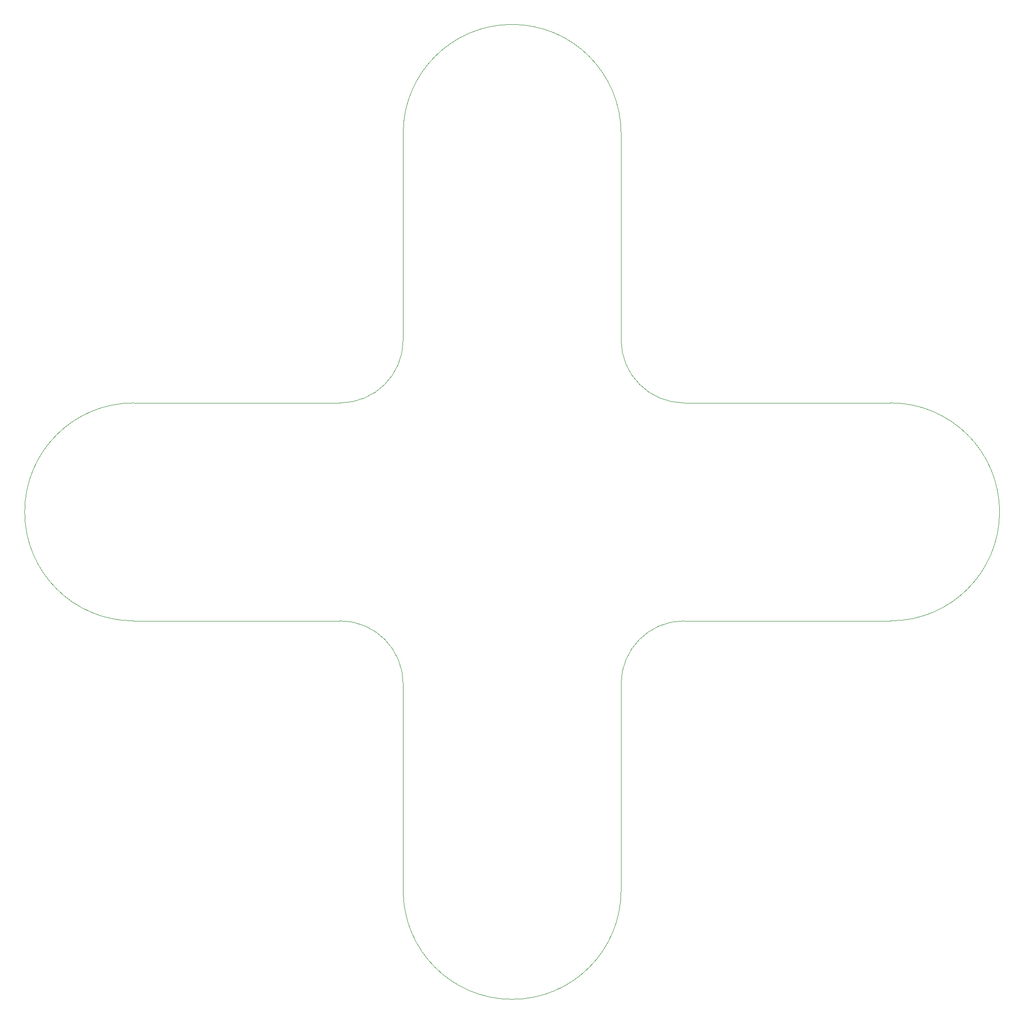
<source format=gbr>
%TF.GenerationSoftware,KiCad,Pcbnew,(6.0.5)*%
%TF.CreationDate,2022-08-18T17:20:14-06:00*%
%TF.ProjectId,Led Zia,4c656420-5a69-4612-9e6b-696361645f70,rev?*%
%TF.SameCoordinates,Original*%
%TF.FileFunction,Profile,NP*%
%FSLAX46Y46*%
G04 Gerber Fmt 4.6, Leading zero omitted, Abs format (unit mm)*
G04 Created by KiCad (PCBNEW (6.0.5)) date 2022-08-18 17:20:14*
%MOMM*%
%LPD*%
G01*
G04 APERTURE LIST*
%TA.AperFunction,Profile*%
%ADD10C,0.100000*%
%TD*%
G04 APERTURE END LIST*
D10*
X122000000Y-72000000D02*
G75*
G03*
X133000000Y-83000000I11000000J0D01*
G01*
X84000000Y-132000000D02*
G75*
G03*
X73000000Y-121000000I-11000000J0D01*
G01*
X133000000Y-83000000D02*
X169000000Y-83000000D01*
X169000000Y-121000000D02*
X133000000Y-121000000D01*
X122000000Y-36000000D02*
G75*
G03*
X84000000Y-36000000I-19000000J0D01*
G01*
X73000000Y-83000000D02*
G75*
G03*
X84000000Y-72000000I0J11000000D01*
G01*
X84000000Y-72000000D02*
X84000000Y-36000000D01*
X73000000Y-121000000D02*
X37000000Y-121000000D01*
X122000000Y-36000000D02*
X122000000Y-72000000D01*
X84000000Y-168000000D02*
X84000000Y-132000000D01*
X37000000Y-83000000D02*
X73000000Y-83000000D01*
X133000000Y-121000000D02*
G75*
G03*
X122000000Y-132000000I0J-11000000D01*
G01*
X169000000Y-121000000D02*
G75*
G03*
X169000000Y-83000000I0J19000000D01*
G01*
X84000000Y-168000000D02*
G75*
G03*
X122000000Y-168000000I19000000J0D01*
G01*
X37000000Y-83000000D02*
G75*
G03*
X37000000Y-121000000I0J-19000000D01*
G01*
X122000000Y-132000000D02*
X122000000Y-168000000D01*
M02*

</source>
